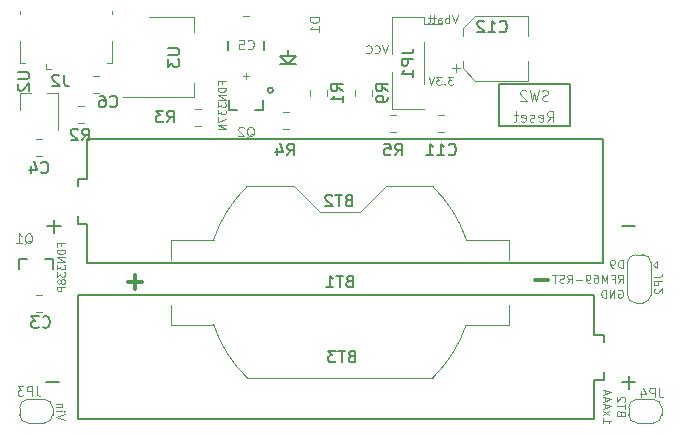
<source format=gbo>
G04 #@! TF.GenerationSoftware,KiCad,Pcbnew,5.1.6-c6e7f7d~87~ubuntu18.04.1*
G04 #@! TF.CreationDate,2020-07-15T21:40:22+02:00*
G04 #@! TF.ProjectId,Mini-BT-Pcb-328P,4d696e69-2d42-4542-9d50-63622d333238,2.0*
G04 #@! TF.SameCoordinates,Original*
G04 #@! TF.FileFunction,Legend,Bot*
G04 #@! TF.FilePolarity,Positive*
%FSLAX46Y46*%
G04 Gerber Fmt 4.6, Leading zero omitted, Abs format (unit mm)*
G04 Created by KiCad (PCBNEW 5.1.6-c6e7f7d~87~ubuntu18.04.1) date 2020-07-15 21:40:22*
%MOMM*%
%LPD*%
G01*
G04 APERTURE LIST*
%ADD10C,0.100000*%
%ADD11C,0.300000*%
%ADD12C,0.120000*%
%ADD13C,0.127000*%
%ADD14C,0.203200*%
%ADD15C,0.150000*%
%ADD16C,0.050000*%
%ADD17C,0.200000*%
G04 APERTURE END LIST*
D10*
X183378000Y-107357000D02*
X183344666Y-107257000D01*
X183311333Y-107223666D01*
X183244666Y-107190333D01*
X183144666Y-107190333D01*
X183078000Y-107223666D01*
X183044666Y-107257000D01*
X183011333Y-107323666D01*
X183011333Y-107590333D01*
X183711333Y-107590333D01*
X183711333Y-107357000D01*
X183678000Y-107290333D01*
X183644666Y-107257000D01*
X183578000Y-107223666D01*
X183511333Y-107223666D01*
X183444666Y-107257000D01*
X183411333Y-107290333D01*
X183378000Y-107357000D01*
X183378000Y-107590333D01*
X183711333Y-106990333D02*
X183711333Y-106590333D01*
X183011333Y-106790333D02*
X183711333Y-106790333D01*
X183644666Y-106390333D02*
X183678000Y-106357000D01*
X183711333Y-106290333D01*
X183711333Y-106123666D01*
X183678000Y-106057000D01*
X183644666Y-106023666D01*
X183578000Y-105990333D01*
X183511333Y-105990333D01*
X183411333Y-106023666D01*
X183011333Y-106423666D01*
X183011333Y-105990333D01*
X181861333Y-107790333D02*
X181861333Y-108190333D01*
X181861333Y-107990333D02*
X182561333Y-107990333D01*
X182461333Y-108057000D01*
X182394666Y-108123666D01*
X182361333Y-108190333D01*
X181861333Y-107557000D02*
X182328000Y-107190333D01*
X182328000Y-107557000D02*
X181861333Y-107190333D01*
X182061333Y-106957000D02*
X182061333Y-106623666D01*
X181861333Y-107023666D02*
X182561333Y-106790333D01*
X181861333Y-106557000D01*
X182061333Y-106357000D02*
X182061333Y-106023666D01*
X181861333Y-106423666D02*
X182561333Y-106190333D01*
X181861333Y-105957000D01*
X182061333Y-105757000D02*
X182061333Y-105423666D01*
X181861333Y-105823666D02*
X182561333Y-105590333D01*
X181861333Y-105357000D01*
X136273333Y-107904666D02*
X135573333Y-107671333D01*
X136273333Y-107438000D01*
X135573333Y-107204666D02*
X136040000Y-107204666D01*
X136273333Y-107204666D02*
X136240000Y-107238000D01*
X136206666Y-107204666D01*
X136240000Y-107171333D01*
X136273333Y-107204666D01*
X136206666Y-107204666D01*
X136040000Y-106871333D02*
X135573333Y-106871333D01*
X135973333Y-106871333D02*
X136006666Y-106838000D01*
X136040000Y-106771333D01*
X136040000Y-106671333D01*
X136006666Y-106604666D01*
X135940000Y-106571333D01*
X135573333Y-106571333D01*
X183159333Y-96932000D02*
X183226000Y-96898666D01*
X183326000Y-96898666D01*
X183426000Y-96932000D01*
X183492666Y-96998666D01*
X183526000Y-97065333D01*
X183559333Y-97198666D01*
X183559333Y-97298666D01*
X183526000Y-97432000D01*
X183492666Y-97498666D01*
X183426000Y-97565333D01*
X183326000Y-97598666D01*
X183259333Y-97598666D01*
X183159333Y-97565333D01*
X183126000Y-97532000D01*
X183126000Y-97298666D01*
X183259333Y-97298666D01*
X182826000Y-97598666D02*
X182826000Y-96898666D01*
X182426000Y-97598666D01*
X182426000Y-96898666D01*
X182092666Y-97598666D02*
X182092666Y-96898666D01*
X181926000Y-96898666D01*
X181826000Y-96932000D01*
X181759333Y-96998666D01*
X181726000Y-97065333D01*
X181692666Y-97198666D01*
X181692666Y-97298666D01*
X181726000Y-97432000D01*
X181759333Y-97498666D01*
X181826000Y-97565333D01*
X181926000Y-97598666D01*
X182092666Y-97598666D01*
X183127333Y-96328666D02*
X183360666Y-95995333D01*
X183527333Y-96328666D02*
X183527333Y-95628666D01*
X183260666Y-95628666D01*
X183194000Y-95662000D01*
X183160666Y-95695333D01*
X183127333Y-95762000D01*
X183127333Y-95862000D01*
X183160666Y-95928666D01*
X183194000Y-95962000D01*
X183260666Y-95995333D01*
X183527333Y-95995333D01*
X182594000Y-95962000D02*
X182827333Y-95962000D01*
X182827333Y-96328666D02*
X182827333Y-95628666D01*
X182494000Y-95628666D01*
X182227333Y-96328666D02*
X182227333Y-95628666D01*
X181994000Y-96128666D01*
X181760666Y-95628666D01*
X181760666Y-96328666D01*
X181127333Y-95628666D02*
X181260666Y-95628666D01*
X181327333Y-95662000D01*
X181360666Y-95695333D01*
X181427333Y-95795333D01*
X181460666Y-95928666D01*
X181460666Y-96195333D01*
X181427333Y-96262000D01*
X181394000Y-96295333D01*
X181327333Y-96328666D01*
X181194000Y-96328666D01*
X181127333Y-96295333D01*
X181094000Y-96262000D01*
X181060666Y-96195333D01*
X181060666Y-96028666D01*
X181094000Y-95962000D01*
X181127333Y-95928666D01*
X181194000Y-95895333D01*
X181327333Y-95895333D01*
X181394000Y-95928666D01*
X181427333Y-95962000D01*
X181460666Y-96028666D01*
X180727333Y-96328666D02*
X180594000Y-96328666D01*
X180527333Y-96295333D01*
X180494000Y-96262000D01*
X180427333Y-96162000D01*
X180394000Y-96028666D01*
X180394000Y-95762000D01*
X180427333Y-95695333D01*
X180460666Y-95662000D01*
X180527333Y-95628666D01*
X180660666Y-95628666D01*
X180727333Y-95662000D01*
X180760666Y-95695333D01*
X180794000Y-95762000D01*
X180794000Y-95928666D01*
X180760666Y-95995333D01*
X180727333Y-96028666D01*
X180660666Y-96062000D01*
X180527333Y-96062000D01*
X180460666Y-96028666D01*
X180427333Y-95995333D01*
X180394000Y-95928666D01*
X180094000Y-96062000D02*
X179560666Y-96062000D01*
X178827333Y-96328666D02*
X179060666Y-95995333D01*
X179227333Y-96328666D02*
X179227333Y-95628666D01*
X178960666Y-95628666D01*
X178894000Y-95662000D01*
X178860666Y-95695333D01*
X178827333Y-95762000D01*
X178827333Y-95862000D01*
X178860666Y-95928666D01*
X178894000Y-95962000D01*
X178960666Y-95995333D01*
X179227333Y-95995333D01*
X178560666Y-96295333D02*
X178460666Y-96328666D01*
X178294000Y-96328666D01*
X178227333Y-96295333D01*
X178194000Y-96262000D01*
X178160666Y-96195333D01*
X178160666Y-96128666D01*
X178194000Y-96062000D01*
X178227333Y-96028666D01*
X178294000Y-95995333D01*
X178427333Y-95962000D01*
X178494000Y-95928666D01*
X178527333Y-95895333D01*
X178560666Y-95828666D01*
X178560666Y-95762000D01*
X178527333Y-95695333D01*
X178494000Y-95662000D01*
X178427333Y-95628666D01*
X178260666Y-95628666D01*
X178160666Y-95662000D01*
X177960666Y-95628666D02*
X177560666Y-95628666D01*
X177760666Y-96328666D02*
X177760666Y-95628666D01*
X183523666Y-95058666D02*
X183523666Y-94358666D01*
X183357000Y-94358666D01*
X183257000Y-94392000D01*
X183190333Y-94458666D01*
X183157000Y-94525333D01*
X183123666Y-94658666D01*
X183123666Y-94758666D01*
X183157000Y-94892000D01*
X183190333Y-94958666D01*
X183257000Y-95025333D01*
X183357000Y-95058666D01*
X183523666Y-95058666D01*
X182790333Y-95058666D02*
X182657000Y-95058666D01*
X182590333Y-95025333D01*
X182557000Y-94992000D01*
X182490333Y-94892000D01*
X182457000Y-94758666D01*
X182457000Y-94492000D01*
X182490333Y-94425333D01*
X182523666Y-94392000D01*
X182590333Y-94358666D01*
X182723666Y-94358666D01*
X182790333Y-94392000D01*
X182823666Y-94425333D01*
X182857000Y-94492000D01*
X182857000Y-94658666D01*
X182823666Y-94725333D01*
X182790333Y-94758666D01*
X182723666Y-94792000D01*
X182590333Y-94792000D01*
X182523666Y-94758666D01*
X182490333Y-94725333D01*
X182457000Y-94658666D01*
X151904666Y-73710000D02*
X151371333Y-73710000D01*
X151904666Y-78790000D02*
X151371333Y-78790000D01*
X151638000Y-79056666D02*
X151638000Y-78523333D01*
X163620333Y-76197666D02*
X163387000Y-76897666D01*
X163153666Y-76197666D01*
X162520333Y-76831000D02*
X162553666Y-76864333D01*
X162653666Y-76897666D01*
X162720333Y-76897666D01*
X162820333Y-76864333D01*
X162887000Y-76797666D01*
X162920333Y-76731000D01*
X162953666Y-76597666D01*
X162953666Y-76497666D01*
X162920333Y-76364333D01*
X162887000Y-76297666D01*
X162820333Y-76231000D01*
X162720333Y-76197666D01*
X162653666Y-76197666D01*
X162553666Y-76231000D01*
X162520333Y-76264333D01*
X161820333Y-76831000D02*
X161853666Y-76864333D01*
X161953666Y-76897666D01*
X162020333Y-76897666D01*
X162120333Y-76864333D01*
X162187000Y-76797666D01*
X162220333Y-76731000D01*
X162253666Y-76597666D01*
X162253666Y-76497666D01*
X162220333Y-76364333D01*
X162187000Y-76297666D01*
X162120333Y-76231000D01*
X162020333Y-76197666D01*
X161953666Y-76197666D01*
X161853666Y-76231000D01*
X161820333Y-76264333D01*
X169181333Y-78864666D02*
X168748000Y-78864666D01*
X168981333Y-79131333D01*
X168881333Y-79131333D01*
X168814666Y-79164666D01*
X168781333Y-79198000D01*
X168748000Y-79264666D01*
X168748000Y-79431333D01*
X168781333Y-79498000D01*
X168814666Y-79531333D01*
X168881333Y-79564666D01*
X169081333Y-79564666D01*
X169148000Y-79531333D01*
X169181333Y-79498000D01*
X168448000Y-79498000D02*
X168414666Y-79531333D01*
X168448000Y-79564666D01*
X168481333Y-79531333D01*
X168448000Y-79498000D01*
X168448000Y-79564666D01*
X168181333Y-78864666D02*
X167748000Y-78864666D01*
X167981333Y-79131333D01*
X167881333Y-79131333D01*
X167814666Y-79164666D01*
X167781333Y-79198000D01*
X167748000Y-79264666D01*
X167748000Y-79431333D01*
X167781333Y-79498000D01*
X167814666Y-79531333D01*
X167881333Y-79564666D01*
X168081333Y-79564666D01*
X168148000Y-79531333D01*
X168181333Y-79498000D01*
X167548000Y-78864666D02*
X167314666Y-79564666D01*
X167081333Y-78864666D01*
X169541666Y-73657666D02*
X169308333Y-74357666D01*
X169075000Y-73657666D01*
X168841666Y-74357666D02*
X168841666Y-73657666D01*
X168841666Y-73924333D02*
X168775000Y-73891000D01*
X168641666Y-73891000D01*
X168575000Y-73924333D01*
X168541666Y-73957666D01*
X168508333Y-74024333D01*
X168508333Y-74224333D01*
X168541666Y-74291000D01*
X168575000Y-74324333D01*
X168641666Y-74357666D01*
X168775000Y-74357666D01*
X168841666Y-74324333D01*
X167908333Y-74357666D02*
X167908333Y-73991000D01*
X167941666Y-73924333D01*
X168008333Y-73891000D01*
X168141666Y-73891000D01*
X168208333Y-73924333D01*
X167908333Y-74324333D02*
X167975000Y-74357666D01*
X168141666Y-74357666D01*
X168208333Y-74324333D01*
X168241666Y-74257666D01*
X168241666Y-74191000D01*
X168208333Y-74124333D01*
X168141666Y-74091000D01*
X167975000Y-74091000D01*
X167908333Y-74057666D01*
X167675000Y-73891000D02*
X167408333Y-73891000D01*
X167575000Y-73657666D02*
X167575000Y-74257666D01*
X167541666Y-74324333D01*
X167475000Y-74357666D01*
X167408333Y-74357666D01*
X167275000Y-73891000D02*
X167008333Y-73891000D01*
X167175000Y-73657666D02*
X167175000Y-74257666D01*
X167141666Y-74324333D01*
X167075000Y-74357666D01*
X167008333Y-74357666D01*
D11*
X177228428Y-96119142D02*
X176085571Y-96119142D01*
X142811428Y-96246142D02*
X141668571Y-96246142D01*
X142240000Y-96817571D02*
X142240000Y-95674714D01*
D12*
X186120000Y-106188000D02*
X184720000Y-106188000D01*
X184020000Y-106888000D02*
X184020000Y-107488000D01*
X184720000Y-108188000D02*
X186120000Y-108188000D01*
X186820000Y-107488000D02*
X186820000Y-106888000D01*
X184720000Y-106188000D02*
G75*
G03*
X184020000Y-106888000I0J-700000D01*
G01*
X184020000Y-107488000D02*
G75*
G03*
X184720000Y-108188000I700000J0D01*
G01*
X186120000Y-108188000D02*
G75*
G03*
X186820000Y-107488000I0J700000D01*
G01*
X186820000Y-106888000D02*
G75*
G03*
X186120000Y-106188000I-700000J0D01*
G01*
D13*
X173022000Y-79530000D02*
X179022000Y-79530000D01*
X173022000Y-83030000D02*
X173022000Y-79530000D01*
X179022000Y-83030000D02*
X173022000Y-83030000D01*
X179022000Y-79530000D02*
X179022000Y-83030000D01*
D12*
X169407500Y-78451500D02*
X169407500Y-77826500D01*
X169095000Y-78139000D02*
X169720000Y-78139000D01*
X169960000Y-74758437D02*
X171024437Y-73694000D01*
X169960000Y-78149563D02*
X171024437Y-79214000D01*
X169960000Y-78149563D02*
X169960000Y-77514000D01*
X169960000Y-74758437D02*
X169960000Y-75394000D01*
X171024437Y-73694000D02*
X175480000Y-73694000D01*
X171024437Y-79214000D02*
X175480000Y-79214000D01*
X175480000Y-79214000D02*
X175480000Y-77514000D01*
X175480000Y-73694000D02*
X175480000Y-75394000D01*
X134558000Y-106188000D02*
X133158000Y-106188000D01*
X132458000Y-106888000D02*
X132458000Y-107488000D01*
X133158000Y-108188000D02*
X134558000Y-108188000D01*
X135258000Y-107488000D02*
X135258000Y-106888000D01*
X133158000Y-106188000D02*
G75*
G03*
X132458000Y-106888000I0J-700000D01*
G01*
X132458000Y-107488000D02*
G75*
G03*
X133158000Y-108188000I700000J0D01*
G01*
X134558000Y-108188000D02*
G75*
G03*
X135258000Y-107488000I0J700000D01*
G01*
X135258000Y-106888000D02*
G75*
G03*
X134558000Y-106188000I-700000J0D01*
G01*
X183912000Y-94582000D02*
X183912000Y-97382000D01*
X184612000Y-98032000D02*
X185212000Y-98032000D01*
X185912000Y-97382000D02*
X185912000Y-94582000D01*
X185212000Y-93932000D02*
X184612000Y-93932000D01*
X186112000Y-94782000D02*
X186412000Y-94482000D01*
X186412000Y-94482000D02*
X186412000Y-95082000D01*
X186112000Y-94782000D02*
X186412000Y-95082000D01*
X183912000Y-97332000D02*
G75*
G03*
X184612000Y-98032000I700000J0D01*
G01*
X185212000Y-98032000D02*
G75*
G03*
X185912000Y-97332000I0J700000D01*
G01*
X185912000Y-94632000D02*
G75*
G03*
X185212000Y-93932000I-700000J0D01*
G01*
X184612000Y-93932000D02*
G75*
G03*
X183912000Y-94632000I0J-700000D01*
G01*
X145270000Y-99876000D02*
X148888000Y-99876000D01*
X145270000Y-98166000D02*
X145270000Y-99876000D01*
X151732700Y-104376000D02*
X167427300Y-104376000D01*
X173890000Y-98166000D02*
X173890000Y-99876000D01*
X170272000Y-99876000D02*
X173890000Y-99876000D01*
X173890000Y-92656000D02*
X170272000Y-92656000D01*
X173890000Y-94366000D02*
X173890000Y-92656000D01*
X167427300Y-88156000D02*
X163440000Y-88156000D01*
X161240000Y-90356000D02*
X163440000Y-88156000D01*
X161240000Y-90356000D02*
X157920000Y-90356000D01*
X157920000Y-90356000D02*
X155720000Y-88156000D01*
X155720000Y-88156000D02*
X151732700Y-88156000D01*
X148888000Y-92656000D02*
X145270000Y-92656000D01*
X145270000Y-94366000D02*
X145270000Y-92656000D01*
X151734630Y-88154211D02*
G75*
G03*
X148888000Y-92656000I7845370J-8111789D01*
G01*
X167425370Y-104377789D02*
G75*
G03*
X170272000Y-99876000I-7845370J8111789D01*
G01*
X167425370Y-88154211D02*
G75*
G02*
X170272000Y-92656000I-7845370J-8111789D01*
G01*
X151734630Y-104377789D02*
G75*
G02*
X148888000Y-99876000I7845370J8111789D01*
G01*
D13*
X150138000Y-76570000D02*
X150138000Y-75830000D01*
X153138000Y-76570000D02*
X153138000Y-75830000D01*
D12*
X134370578Y-97334000D02*
X133853422Y-97334000D01*
X134370578Y-98754000D02*
X133853422Y-98754000D01*
X138679422Y-78792000D02*
X139196578Y-78792000D01*
X138679422Y-80212000D02*
X139196578Y-80212000D01*
X133853422Y-85546000D02*
X134370578Y-85546000D01*
X133853422Y-84126000D02*
X134370578Y-84126000D01*
X168406578Y-83514000D02*
X167889422Y-83514000D01*
X168406578Y-82094000D02*
X167889422Y-82094000D01*
X166684000Y-75944000D02*
X166684000Y-79504000D01*
X164024000Y-78484000D02*
X164024000Y-81594000D01*
X164024000Y-81024000D02*
X164024000Y-81594000D01*
X166684000Y-73854000D02*
X166684000Y-74424000D01*
X166684000Y-74424000D02*
X168204000Y-74424000D01*
X164024000Y-73854000D02*
X164024000Y-76964000D01*
X166684000Y-81594000D02*
X164024000Y-81594000D01*
X166684000Y-73854000D02*
X164024000Y-73854000D01*
X134698000Y-78258500D02*
X134698000Y-77808500D01*
X134698000Y-78258500D02*
X135148000Y-78258500D01*
X140298000Y-77708500D02*
X139848000Y-77708500D01*
X140298000Y-75858500D02*
X140298000Y-77708500D01*
X132498000Y-73308500D02*
X132498000Y-73558500D01*
X140298000Y-73308500D02*
X140298000Y-73558500D01*
X132498000Y-75858500D02*
X132498000Y-77708500D01*
X132498000Y-77708500D02*
X132948000Y-77708500D01*
D14*
X152401600Y-81686400D02*
X153060400Y-81686400D01*
X153060400Y-81686400D02*
X153060400Y-80873600D01*
X150215600Y-81686400D02*
X150874400Y-81686400D01*
X150215600Y-80873600D02*
X150215600Y-81686400D01*
X133094400Y-94335600D02*
X132435600Y-94335600D01*
X132435600Y-94335600D02*
X132435600Y-95148400D01*
X135280400Y-94335600D02*
X134621600Y-94335600D01*
X135280400Y-95148400D02*
X135280400Y-94335600D01*
D12*
X141188000Y-80626000D02*
X147198000Y-80626000D01*
X143438000Y-73806000D02*
X147198000Y-73806000D01*
X147198000Y-80626000D02*
X147198000Y-79366000D01*
X147198000Y-73806000D02*
X147198000Y-75066000D01*
X132532000Y-80266000D02*
X132532000Y-81726000D01*
X135692000Y-80266000D02*
X135692000Y-83426000D01*
X135692000Y-80266000D02*
X134762000Y-80266000D01*
X132532000Y-80266000D02*
X133462000Y-80266000D01*
X157024000Y-80005422D02*
X157024000Y-80522578D01*
X158444000Y-80005422D02*
X158444000Y-80522578D01*
X162254000Y-80522578D02*
X162254000Y-80005422D01*
X160834000Y-80522578D02*
X160834000Y-80005422D01*
X137926578Y-82752000D02*
X137409422Y-82752000D01*
X137926578Y-81332000D02*
X137409422Y-81332000D01*
X147315422Y-83006000D02*
X147832578Y-83006000D01*
X147315422Y-81586000D02*
X147832578Y-81586000D01*
X154759922Y-81840000D02*
X155277078Y-81840000D01*
X154759922Y-83260000D02*
X155277078Y-83260000D01*
X164342578Y-83514000D02*
X163825422Y-83514000D01*
X164342578Y-82094000D02*
X163825422Y-82094000D01*
D15*
X137414000Y-107866000D02*
X137414000Y-97366000D01*
X137414000Y-97366000D02*
X181114000Y-97366000D01*
X137414000Y-107866000D02*
X181114000Y-107866000D01*
X181114000Y-104516000D02*
X181914000Y-104516000D01*
X181114000Y-100716000D02*
X181914000Y-100716000D01*
X181914000Y-104516000D02*
X181914000Y-103886000D01*
X181914000Y-100716000D02*
X181914000Y-101346000D01*
X181114000Y-107823000D02*
X181114000Y-104521000D01*
X181114000Y-97409000D02*
X181114000Y-100711000D01*
X181864000Y-84158000D02*
X181864000Y-94658000D01*
X181864000Y-94658000D02*
X138164000Y-94658000D01*
X181864000Y-84158000D02*
X138164000Y-84158000D01*
X138164000Y-87508000D02*
X137364000Y-87508000D01*
X138164000Y-91308000D02*
X137364000Y-91308000D01*
X137364000Y-87508000D02*
X137364000Y-88138000D01*
X137364000Y-91308000D02*
X137364000Y-90678000D01*
X138164000Y-84201000D02*
X138164000Y-87503000D01*
X138164000Y-94615000D02*
X138164000Y-91313000D01*
D13*
X155194000Y-77116000D02*
X155194000Y-76643000D01*
X155194000Y-77116000D02*
X154494000Y-77116000D01*
X155894000Y-77116000D02*
X155194000Y-77116000D01*
X155194000Y-77816000D02*
X155894000Y-77116000D01*
X155194000Y-77816000D02*
X154494000Y-77116000D01*
X155194000Y-77816000D02*
X155894000Y-77816000D01*
X154494000Y-77816000D02*
X155194000Y-77816000D01*
X153917610Y-80016000D02*
G75*
G03*
X153917610Y-80016000I-223610J0D01*
G01*
D12*
X186594666Y-105225904D02*
X186594666Y-105797333D01*
X186632761Y-105911619D01*
X186708952Y-105987809D01*
X186823238Y-106025904D01*
X186899428Y-106025904D01*
X186213714Y-106025904D02*
X186213714Y-105225904D01*
X185908952Y-105225904D01*
X185832761Y-105264000D01*
X185794666Y-105302095D01*
X185756571Y-105378285D01*
X185756571Y-105492571D01*
X185794666Y-105568761D01*
X185832761Y-105606857D01*
X185908952Y-105644952D01*
X186213714Y-105644952D01*
X185070857Y-105492571D02*
X185070857Y-106025904D01*
X185261333Y-105187809D02*
X185451809Y-105759238D01*
X184956571Y-105759238D01*
D16*
X177206566Y-80877600D02*
X177079648Y-80919906D01*
X176868119Y-80919906D01*
X176783507Y-80877600D01*
X176741201Y-80835294D01*
X176698895Y-80750682D01*
X176698895Y-80666070D01*
X176741201Y-80581458D01*
X176783507Y-80539152D01*
X176868119Y-80496847D01*
X177037342Y-80454541D01*
X177121954Y-80412235D01*
X177164260Y-80369929D01*
X177206566Y-80285317D01*
X177206566Y-80200705D01*
X177164260Y-80116093D01*
X177121954Y-80073787D01*
X177037342Y-80031481D01*
X176825813Y-80031481D01*
X176698895Y-80073787D01*
X176402753Y-80031481D02*
X176191223Y-80919906D01*
X176022000Y-80285317D01*
X175852776Y-80919906D01*
X175641246Y-80031481D01*
X175345104Y-80116093D02*
X175302798Y-80073787D01*
X175218186Y-80031481D01*
X175006657Y-80031481D01*
X174922045Y-80073787D01*
X174879739Y-80116093D01*
X174837433Y-80200705D01*
X174837433Y-80285317D01*
X174879739Y-80412235D01*
X175387410Y-80919906D01*
X174837433Y-80919906D01*
X177120922Y-82697529D02*
X177416785Y-82274866D01*
X177628117Y-82697529D02*
X177628117Y-81809938D01*
X177289987Y-81809938D01*
X177205454Y-81852204D01*
X177163188Y-81894470D01*
X177120922Y-81979003D01*
X177120922Y-82105801D01*
X177163188Y-82190334D01*
X177205454Y-82232600D01*
X177289987Y-82274866D01*
X177628117Y-82274866D01*
X176402396Y-82655263D02*
X176486928Y-82697529D01*
X176655993Y-82697529D01*
X176740526Y-82655263D01*
X176782792Y-82570730D01*
X176782792Y-82232600D01*
X176740526Y-82148068D01*
X176655993Y-82105801D01*
X176486928Y-82105801D01*
X176402396Y-82148068D01*
X176360129Y-82232600D01*
X176360129Y-82317133D01*
X176782792Y-82401665D01*
X176022000Y-82655263D02*
X175937467Y-82697529D01*
X175768402Y-82697529D01*
X175683870Y-82655263D01*
X175641603Y-82570730D01*
X175641603Y-82528464D01*
X175683870Y-82443931D01*
X175768402Y-82401665D01*
X175895201Y-82401665D01*
X175979733Y-82359399D01*
X176022000Y-82274866D01*
X176022000Y-82232600D01*
X175979733Y-82148068D01*
X175895201Y-82105801D01*
X175768402Y-82105801D01*
X175683870Y-82148068D01*
X174923077Y-82655263D02*
X175007610Y-82697529D01*
X175176675Y-82697529D01*
X175261207Y-82655263D01*
X175303473Y-82570730D01*
X175303473Y-82232600D01*
X175261207Y-82148068D01*
X175176675Y-82105801D01*
X175007610Y-82105801D01*
X174923077Y-82148068D01*
X174880811Y-82232600D01*
X174880811Y-82317133D01*
X175303473Y-82401665D01*
X174627214Y-82105801D02*
X174289084Y-82105801D01*
X174500415Y-81809938D02*
X174500415Y-82570730D01*
X174458149Y-82655263D01*
X174373616Y-82697529D01*
X174289084Y-82697529D01*
D15*
X173108857Y-75033142D02*
X173156476Y-75080761D01*
X173299333Y-75128380D01*
X173394571Y-75128380D01*
X173537428Y-75080761D01*
X173632666Y-74985523D01*
X173680285Y-74890285D01*
X173727904Y-74699809D01*
X173727904Y-74556952D01*
X173680285Y-74366476D01*
X173632666Y-74271238D01*
X173537428Y-74176000D01*
X173394571Y-74128380D01*
X173299333Y-74128380D01*
X173156476Y-74176000D01*
X173108857Y-74223619D01*
X172156476Y-75128380D02*
X172727904Y-75128380D01*
X172442190Y-75128380D02*
X172442190Y-74128380D01*
X172537428Y-74271238D01*
X172632666Y-74366476D01*
X172727904Y-74414095D01*
X171775523Y-74223619D02*
X171727904Y-74176000D01*
X171632666Y-74128380D01*
X171394571Y-74128380D01*
X171299333Y-74176000D01*
X171251714Y-74223619D01*
X171204095Y-74318857D01*
X171204095Y-74414095D01*
X171251714Y-74556952D01*
X171823142Y-75128380D01*
X171204095Y-75128380D01*
D12*
X133889666Y-105098904D02*
X133889666Y-105670333D01*
X133927761Y-105784619D01*
X134003952Y-105860809D01*
X134118238Y-105898904D01*
X134194428Y-105898904D01*
X133508714Y-105898904D02*
X133508714Y-105098904D01*
X133203952Y-105098904D01*
X133127761Y-105137000D01*
X133089666Y-105175095D01*
X133051571Y-105251285D01*
X133051571Y-105365571D01*
X133089666Y-105441761D01*
X133127761Y-105479857D01*
X133203952Y-105517952D01*
X133508714Y-105517952D01*
X132784904Y-105098904D02*
X132289666Y-105098904D01*
X132556333Y-105403666D01*
X132442047Y-105403666D01*
X132365857Y-105441761D01*
X132327761Y-105479857D01*
X132289666Y-105556047D01*
X132289666Y-105746523D01*
X132327761Y-105822714D01*
X132365857Y-105860809D01*
X132442047Y-105898904D01*
X132670619Y-105898904D01*
X132746809Y-105860809D01*
X132784904Y-105822714D01*
X186179666Y-95809666D02*
X186679666Y-95809666D01*
X186779666Y-95776333D01*
X186846333Y-95709666D01*
X186879666Y-95609666D01*
X186879666Y-95543000D01*
X186879666Y-96143000D02*
X186179666Y-96143000D01*
X186179666Y-96409666D01*
X186213000Y-96476333D01*
X186246333Y-96509666D01*
X186313000Y-96543000D01*
X186413000Y-96543000D01*
X186479666Y-96509666D01*
X186513000Y-96476333D01*
X186546333Y-96409666D01*
X186546333Y-96143000D01*
X186246333Y-96809666D02*
X186213000Y-96843000D01*
X186179666Y-96909666D01*
X186179666Y-97076333D01*
X186213000Y-97143000D01*
X186246333Y-97176333D01*
X186313000Y-97209666D01*
X186379666Y-97209666D01*
X186479666Y-97176333D01*
X186879666Y-96776333D01*
X186879666Y-97209666D01*
D15*
X160365714Y-96194571D02*
X160222857Y-96242190D01*
X160175238Y-96289809D01*
X160127619Y-96385047D01*
X160127619Y-96527904D01*
X160175238Y-96623142D01*
X160222857Y-96670761D01*
X160318095Y-96718380D01*
X160699047Y-96718380D01*
X160699047Y-95718380D01*
X160365714Y-95718380D01*
X160270476Y-95766000D01*
X160222857Y-95813619D01*
X160175238Y-95908857D01*
X160175238Y-96004095D01*
X160222857Y-96099333D01*
X160270476Y-96146952D01*
X160365714Y-96194571D01*
X160699047Y-96194571D01*
X159841904Y-95718380D02*
X159270476Y-95718380D01*
X159556190Y-96718380D02*
X159556190Y-95718380D01*
X158413333Y-96718380D02*
X158984761Y-96718380D01*
X158699047Y-96718380D02*
X158699047Y-95718380D01*
X158794285Y-95861238D01*
X158889523Y-95956476D01*
X158984761Y-96004095D01*
D10*
X151771333Y-76485714D02*
X151809428Y-76523809D01*
X151923714Y-76561904D01*
X151999904Y-76561904D01*
X152114190Y-76523809D01*
X152190380Y-76447619D01*
X152228476Y-76371428D01*
X152266571Y-76219047D01*
X152266571Y-76104761D01*
X152228476Y-75952380D01*
X152190380Y-75876190D01*
X152114190Y-75800000D01*
X151999904Y-75761904D01*
X151923714Y-75761904D01*
X151809428Y-75800000D01*
X151771333Y-75838095D01*
X151047523Y-75761904D02*
X151428476Y-75761904D01*
X151466571Y-76142857D01*
X151428476Y-76104761D01*
X151352285Y-76066666D01*
X151161809Y-76066666D01*
X151085619Y-76104761D01*
X151047523Y-76142857D01*
X151009428Y-76219047D01*
X151009428Y-76409523D01*
X151047523Y-76485714D01*
X151085619Y-76523809D01*
X151161809Y-76561904D01*
X151352285Y-76561904D01*
X151428476Y-76523809D01*
X151466571Y-76485714D01*
D15*
X134405666Y-100052142D02*
X134453285Y-100099761D01*
X134596142Y-100147380D01*
X134691380Y-100147380D01*
X134834238Y-100099761D01*
X134929476Y-100004523D01*
X134977095Y-99909285D01*
X135024714Y-99718809D01*
X135024714Y-99575952D01*
X134977095Y-99385476D01*
X134929476Y-99290238D01*
X134834238Y-99195000D01*
X134691380Y-99147380D01*
X134596142Y-99147380D01*
X134453285Y-99195000D01*
X134405666Y-99242619D01*
X134072333Y-99147380D02*
X133453285Y-99147380D01*
X133786619Y-99528333D01*
X133643761Y-99528333D01*
X133548523Y-99575952D01*
X133500904Y-99623571D01*
X133453285Y-99718809D01*
X133453285Y-99956904D01*
X133500904Y-100052142D01*
X133548523Y-100099761D01*
X133643761Y-100147380D01*
X133929476Y-100147380D01*
X134024714Y-100099761D01*
X134072333Y-100052142D01*
X140120666Y-81383142D02*
X140168285Y-81430761D01*
X140311142Y-81478380D01*
X140406380Y-81478380D01*
X140549238Y-81430761D01*
X140644476Y-81335523D01*
X140692095Y-81240285D01*
X140739714Y-81049809D01*
X140739714Y-80906952D01*
X140692095Y-80716476D01*
X140644476Y-80621238D01*
X140549238Y-80526000D01*
X140406380Y-80478380D01*
X140311142Y-80478380D01*
X140168285Y-80526000D01*
X140120666Y-80573619D01*
X139263523Y-80478380D02*
X139454000Y-80478380D01*
X139549238Y-80526000D01*
X139596857Y-80573619D01*
X139692095Y-80716476D01*
X139739714Y-80906952D01*
X139739714Y-81287904D01*
X139692095Y-81383142D01*
X139644476Y-81430761D01*
X139549238Y-81478380D01*
X139358761Y-81478380D01*
X139263523Y-81430761D01*
X139215904Y-81383142D01*
X139168285Y-81287904D01*
X139168285Y-81049809D01*
X139215904Y-80954571D01*
X139263523Y-80906952D01*
X139358761Y-80859333D01*
X139549238Y-80859333D01*
X139644476Y-80906952D01*
X139692095Y-80954571D01*
X139739714Y-81049809D01*
X134278666Y-86971142D02*
X134326285Y-87018761D01*
X134469142Y-87066380D01*
X134564380Y-87066380D01*
X134707238Y-87018761D01*
X134802476Y-86923523D01*
X134850095Y-86828285D01*
X134897714Y-86637809D01*
X134897714Y-86494952D01*
X134850095Y-86304476D01*
X134802476Y-86209238D01*
X134707238Y-86114000D01*
X134564380Y-86066380D01*
X134469142Y-86066380D01*
X134326285Y-86114000D01*
X134278666Y-86161619D01*
X133421523Y-86399714D02*
X133421523Y-87066380D01*
X133659619Y-86018761D02*
X133897714Y-86733047D01*
X133278666Y-86733047D01*
X168790857Y-85447142D02*
X168838476Y-85494761D01*
X168981333Y-85542380D01*
X169076571Y-85542380D01*
X169219428Y-85494761D01*
X169314666Y-85399523D01*
X169362285Y-85304285D01*
X169409904Y-85113809D01*
X169409904Y-84970952D01*
X169362285Y-84780476D01*
X169314666Y-84685238D01*
X169219428Y-84590000D01*
X169076571Y-84542380D01*
X168981333Y-84542380D01*
X168838476Y-84590000D01*
X168790857Y-84637619D01*
X167838476Y-85542380D02*
X168409904Y-85542380D01*
X168124190Y-85542380D02*
X168124190Y-84542380D01*
X168219428Y-84685238D01*
X168314666Y-84780476D01*
X168409904Y-84828095D01*
X166886095Y-85542380D02*
X167457523Y-85542380D01*
X167171809Y-85542380D02*
X167171809Y-84542380D01*
X167267047Y-84685238D01*
X167362285Y-84780476D01*
X167457523Y-84828095D01*
X164806380Y-76890666D02*
X165520666Y-76890666D01*
X165663523Y-76843047D01*
X165758761Y-76747809D01*
X165806380Y-76604952D01*
X165806380Y-76509714D01*
X165806380Y-77366857D02*
X164806380Y-77366857D01*
X164806380Y-77747809D01*
X164854000Y-77843047D01*
X164901619Y-77890666D01*
X164996857Y-77938285D01*
X165139714Y-77938285D01*
X165234952Y-77890666D01*
X165282571Y-77843047D01*
X165330190Y-77747809D01*
X165330190Y-77366857D01*
X165806380Y-78890666D02*
X165806380Y-78319238D01*
X165806380Y-78604952D02*
X164806380Y-78604952D01*
X164949238Y-78509714D01*
X165044476Y-78414476D01*
X165092095Y-78319238D01*
X136223333Y-78700380D02*
X136223333Y-79414666D01*
X136270952Y-79557523D01*
X136366190Y-79652761D01*
X136509047Y-79700380D01*
X136604285Y-79700380D01*
X135794761Y-78795619D02*
X135747142Y-78748000D01*
X135651904Y-78700380D01*
X135413809Y-78700380D01*
X135318571Y-78748000D01*
X135270952Y-78795619D01*
X135223333Y-78890857D01*
X135223333Y-78986095D01*
X135270952Y-79128952D01*
X135842380Y-79700380D01*
X135223333Y-79700380D01*
D16*
X151714219Y-84004263D02*
X151790439Y-83966153D01*
X151866659Y-83889933D01*
X151980988Y-83775604D01*
X152057208Y-83737494D01*
X152133428Y-83737494D01*
X152095318Y-83928043D02*
X152171538Y-83889933D01*
X152247757Y-83813714D01*
X152285867Y-83661274D01*
X152285867Y-83394505D01*
X152247757Y-83242066D01*
X152171538Y-83165846D01*
X152095318Y-83127736D01*
X151942878Y-83127736D01*
X151866659Y-83165846D01*
X151790439Y-83242066D01*
X151752329Y-83394505D01*
X151752329Y-83661274D01*
X151790439Y-83813714D01*
X151866659Y-83889933D01*
X151942878Y-83928043D01*
X152095318Y-83928043D01*
X151447450Y-83203956D02*
X151409340Y-83165846D01*
X151333121Y-83127736D01*
X151142571Y-83127736D01*
X151066352Y-83165846D01*
X151028242Y-83203956D01*
X150990132Y-83280176D01*
X150990132Y-83356395D01*
X151028242Y-83470725D01*
X151485560Y-83928043D01*
X150990132Y-83928043D01*
X149560219Y-79464045D02*
X149560219Y-79250404D01*
X149895942Y-79250404D02*
X149255017Y-79250404D01*
X149255017Y-79555606D01*
X149895942Y-79799768D02*
X149255017Y-79799768D01*
X149255017Y-79952369D01*
X149285537Y-80043930D01*
X149346577Y-80104970D01*
X149407618Y-80135491D01*
X149529699Y-80166011D01*
X149621260Y-80166011D01*
X149743341Y-80135491D01*
X149804381Y-80104970D01*
X149865422Y-80043930D01*
X149895942Y-79952369D01*
X149895942Y-79799768D01*
X149895942Y-80440693D02*
X149255017Y-80440693D01*
X149895942Y-80806936D01*
X149255017Y-80806936D01*
X149255017Y-81051098D02*
X149255017Y-81447861D01*
X149499179Y-81234219D01*
X149499179Y-81325780D01*
X149529699Y-81386820D01*
X149560219Y-81417341D01*
X149621260Y-81447861D01*
X149773861Y-81447861D01*
X149834901Y-81417341D01*
X149865422Y-81386820D01*
X149895942Y-81325780D01*
X149895942Y-81142658D01*
X149865422Y-81081618D01*
X149834901Y-81051098D01*
X149255017Y-81661502D02*
X149255017Y-82058266D01*
X149499179Y-81844624D01*
X149499179Y-81936185D01*
X149529699Y-81997225D01*
X149560219Y-82027745D01*
X149621260Y-82058266D01*
X149773861Y-82058266D01*
X149834901Y-82027745D01*
X149865422Y-81997225D01*
X149895942Y-81936185D01*
X149895942Y-81753063D01*
X149865422Y-81692023D01*
X149834901Y-81661502D01*
X149255017Y-82271907D02*
X149255017Y-82699191D01*
X149895942Y-82424508D01*
X149895942Y-82943352D02*
X149255017Y-82943352D01*
X149895942Y-83309595D01*
X149255017Y-83309595D01*
X132918192Y-93021108D02*
X132994385Y-92983012D01*
X133070578Y-92906819D01*
X133184867Y-92792530D01*
X133261060Y-92754433D01*
X133337252Y-92754433D01*
X133299156Y-92944915D02*
X133375349Y-92906819D01*
X133451542Y-92830626D01*
X133489638Y-92678240D01*
X133489638Y-92411566D01*
X133451542Y-92259180D01*
X133375349Y-92182988D01*
X133299156Y-92144891D01*
X133146771Y-92144891D01*
X133070578Y-92182988D01*
X132994385Y-92259180D01*
X132956289Y-92411566D01*
X132956289Y-92678240D01*
X132994385Y-92830626D01*
X133070578Y-92906819D01*
X133146771Y-92944915D01*
X133299156Y-92944915D01*
X132194361Y-92944915D02*
X132651518Y-92944915D01*
X132422939Y-92944915D02*
X132422939Y-92144891D01*
X132499132Y-92259180D01*
X132575325Y-92335373D01*
X132651518Y-92373469D01*
X135971201Y-93194589D02*
X135971201Y-92980862D01*
X136307057Y-92980862D02*
X135665877Y-92980862D01*
X135665877Y-93286186D01*
X136307057Y-93530445D02*
X135665877Y-93530445D01*
X135665877Y-93683107D01*
X135696410Y-93774704D01*
X135757474Y-93835769D01*
X135818539Y-93866301D01*
X135940669Y-93896834D01*
X136032266Y-93896834D01*
X136154395Y-93866301D01*
X136215460Y-93835769D01*
X136276525Y-93774704D01*
X136307057Y-93683107D01*
X136307057Y-93530445D01*
X136307057Y-94171625D02*
X135665877Y-94171625D01*
X136307057Y-94538014D01*
X135665877Y-94538014D01*
X135665877Y-94782273D02*
X135665877Y-95179194D01*
X135910136Y-94965467D01*
X135910136Y-95057064D01*
X135940669Y-95118129D01*
X135971201Y-95148661D01*
X136032266Y-95179194D01*
X136184928Y-95179194D01*
X136245992Y-95148661D01*
X136276525Y-95118129D01*
X136307057Y-95057064D01*
X136307057Y-94873870D01*
X136276525Y-94812805D01*
X136245992Y-94782273D01*
X135665877Y-95392920D02*
X135665877Y-95789841D01*
X135910136Y-95576115D01*
X135910136Y-95667712D01*
X135940669Y-95728777D01*
X135971201Y-95759309D01*
X136032266Y-95789841D01*
X136184928Y-95789841D01*
X136245992Y-95759309D01*
X136276525Y-95728777D01*
X136307057Y-95667712D01*
X136307057Y-95484518D01*
X136276525Y-95423453D01*
X136245992Y-95392920D01*
X135940669Y-96156230D02*
X135910136Y-96095165D01*
X135879604Y-96064633D01*
X135818539Y-96034100D01*
X135788007Y-96034100D01*
X135726942Y-96064633D01*
X135696410Y-96095165D01*
X135665877Y-96156230D01*
X135665877Y-96278360D01*
X135696410Y-96339424D01*
X135726942Y-96369957D01*
X135788007Y-96400489D01*
X135818539Y-96400489D01*
X135879604Y-96369957D01*
X135910136Y-96339424D01*
X135940669Y-96278360D01*
X135940669Y-96156230D01*
X135971201Y-96095165D01*
X136001733Y-96064633D01*
X136062798Y-96034100D01*
X136184928Y-96034100D01*
X136245992Y-96064633D01*
X136276525Y-96095165D01*
X136307057Y-96156230D01*
X136307057Y-96278360D01*
X136276525Y-96339424D01*
X136245992Y-96369957D01*
X136184928Y-96400489D01*
X136062798Y-96400489D01*
X136001733Y-96369957D01*
X135971201Y-96339424D01*
X135940669Y-96278360D01*
X136307057Y-96675280D02*
X135665877Y-96675280D01*
X135665877Y-96919540D01*
X135696410Y-96980604D01*
X135726942Y-97011137D01*
X135788007Y-97041669D01*
X135879604Y-97041669D01*
X135940669Y-97011137D01*
X135971201Y-96980604D01*
X136001733Y-96919540D01*
X136001733Y-96675280D01*
D15*
X144994380Y-76454095D02*
X145803904Y-76454095D01*
X145899142Y-76501714D01*
X145946761Y-76549333D01*
X145994380Y-76644571D01*
X145994380Y-76835047D01*
X145946761Y-76930285D01*
X145899142Y-76977904D01*
X145803904Y-77025523D01*
X144994380Y-77025523D01*
X144994380Y-77406476D02*
X144994380Y-78025523D01*
X145375333Y-77692190D01*
X145375333Y-77835047D01*
X145422952Y-77930285D01*
X145470571Y-77977904D01*
X145565809Y-78025523D01*
X145803904Y-78025523D01*
X145899142Y-77977904D01*
X145946761Y-77930285D01*
X145994380Y-77835047D01*
X145994380Y-77549333D01*
X145946761Y-77454095D01*
X145899142Y-77406476D01*
X132294380Y-78486095D02*
X133103904Y-78486095D01*
X133199142Y-78533714D01*
X133246761Y-78581333D01*
X133294380Y-78676571D01*
X133294380Y-78867047D01*
X133246761Y-78962285D01*
X133199142Y-79009904D01*
X133103904Y-79057523D01*
X132294380Y-79057523D01*
X132389619Y-79486095D02*
X132342000Y-79533714D01*
X132294380Y-79628952D01*
X132294380Y-79867047D01*
X132342000Y-79962285D01*
X132389619Y-80009904D01*
X132484857Y-80057523D01*
X132580095Y-80057523D01*
X132722952Y-80009904D01*
X133294380Y-79438476D01*
X133294380Y-80057523D01*
X159837380Y-80097333D02*
X159361190Y-79764000D01*
X159837380Y-79525904D02*
X158837380Y-79525904D01*
X158837380Y-79906857D01*
X158885000Y-80002095D01*
X158932619Y-80049714D01*
X159027857Y-80097333D01*
X159170714Y-80097333D01*
X159265952Y-80049714D01*
X159313571Y-80002095D01*
X159361190Y-79906857D01*
X159361190Y-79525904D01*
X159837380Y-81049714D02*
X159837380Y-80478285D01*
X159837380Y-80764000D02*
X158837380Y-80764000D01*
X158980238Y-80668761D01*
X159075476Y-80573523D01*
X159123095Y-80478285D01*
X163647380Y-80097333D02*
X163171190Y-79764000D01*
X163647380Y-79525904D02*
X162647380Y-79525904D01*
X162647380Y-79906857D01*
X162695000Y-80002095D01*
X162742619Y-80049714D01*
X162837857Y-80097333D01*
X162980714Y-80097333D01*
X163075952Y-80049714D01*
X163123571Y-80002095D01*
X163171190Y-79906857D01*
X163171190Y-79525904D01*
X163647380Y-80573523D02*
X163647380Y-80764000D01*
X163599761Y-80859238D01*
X163552142Y-80906857D01*
X163409285Y-81002095D01*
X163218809Y-81049714D01*
X162837857Y-81049714D01*
X162742619Y-81002095D01*
X162695000Y-80954476D01*
X162647380Y-80859238D01*
X162647380Y-80668761D01*
X162695000Y-80573523D01*
X162742619Y-80525904D01*
X162837857Y-80478285D01*
X163075952Y-80478285D01*
X163171190Y-80525904D01*
X163218809Y-80573523D01*
X163266428Y-80668761D01*
X163266428Y-80859238D01*
X163218809Y-80954476D01*
X163171190Y-81002095D01*
X163075952Y-81049714D01*
X137756166Y-84272380D02*
X138089500Y-83796190D01*
X138327595Y-84272380D02*
X138327595Y-83272380D01*
X137946642Y-83272380D01*
X137851404Y-83320000D01*
X137803785Y-83367619D01*
X137756166Y-83462857D01*
X137756166Y-83605714D01*
X137803785Y-83700952D01*
X137851404Y-83748571D01*
X137946642Y-83796190D01*
X138327595Y-83796190D01*
X137375214Y-83367619D02*
X137327595Y-83320000D01*
X137232357Y-83272380D01*
X136994261Y-83272380D01*
X136899023Y-83320000D01*
X136851404Y-83367619D01*
X136803785Y-83462857D01*
X136803785Y-83558095D01*
X136851404Y-83700952D01*
X137422833Y-84272380D01*
X136803785Y-84272380D01*
X144946666Y-82748380D02*
X145280000Y-82272190D01*
X145518095Y-82748380D02*
X145518095Y-81748380D01*
X145137142Y-81748380D01*
X145041904Y-81796000D01*
X144994285Y-81843619D01*
X144946666Y-81938857D01*
X144946666Y-82081714D01*
X144994285Y-82176952D01*
X145041904Y-82224571D01*
X145137142Y-82272190D01*
X145518095Y-82272190D01*
X144613333Y-81748380D02*
X143994285Y-81748380D01*
X144327619Y-82129333D01*
X144184761Y-82129333D01*
X144089523Y-82176952D01*
X144041904Y-82224571D01*
X143994285Y-82319809D01*
X143994285Y-82557904D01*
X144041904Y-82653142D01*
X144089523Y-82700761D01*
X144184761Y-82748380D01*
X144470476Y-82748380D01*
X144565714Y-82700761D01*
X144613333Y-82653142D01*
X155106666Y-85542380D02*
X155440000Y-85066190D01*
X155678095Y-85542380D02*
X155678095Y-84542380D01*
X155297142Y-84542380D01*
X155201904Y-84590000D01*
X155154285Y-84637619D01*
X155106666Y-84732857D01*
X155106666Y-84875714D01*
X155154285Y-84970952D01*
X155201904Y-85018571D01*
X155297142Y-85066190D01*
X155678095Y-85066190D01*
X154249523Y-84875714D02*
X154249523Y-85542380D01*
X154487619Y-84494761D02*
X154725714Y-85209047D01*
X154106666Y-85209047D01*
X164250666Y-85542380D02*
X164584000Y-85066190D01*
X164822095Y-85542380D02*
X164822095Y-84542380D01*
X164441142Y-84542380D01*
X164345904Y-84590000D01*
X164298285Y-84637619D01*
X164250666Y-84732857D01*
X164250666Y-84875714D01*
X164298285Y-84970952D01*
X164345904Y-85018571D01*
X164441142Y-85066190D01*
X164822095Y-85066190D01*
X163345904Y-84542380D02*
X163822095Y-84542380D01*
X163869714Y-85018571D01*
X163822095Y-84970952D01*
X163726857Y-84923333D01*
X163488761Y-84923333D01*
X163393523Y-84970952D01*
X163345904Y-85018571D01*
X163298285Y-85113809D01*
X163298285Y-85351904D01*
X163345904Y-85447142D01*
X163393523Y-85494761D01*
X163488761Y-85542380D01*
X163726857Y-85542380D01*
X163822095Y-85494761D01*
X163869714Y-85447142D01*
X160551714Y-102544571D02*
X160408857Y-102592190D01*
X160361238Y-102639809D01*
X160313619Y-102735047D01*
X160313619Y-102877904D01*
X160361238Y-102973142D01*
X160408857Y-103020761D01*
X160504095Y-103068380D01*
X160885047Y-103068380D01*
X160885047Y-102068380D01*
X160551714Y-102068380D01*
X160456476Y-102116000D01*
X160408857Y-102163619D01*
X160361238Y-102258857D01*
X160361238Y-102354095D01*
X160408857Y-102449333D01*
X160456476Y-102496952D01*
X160551714Y-102544571D01*
X160885047Y-102544571D01*
X160027904Y-102068380D02*
X159456476Y-102068380D01*
X159742190Y-103068380D02*
X159742190Y-102068380D01*
X159218380Y-102068380D02*
X158599333Y-102068380D01*
X158932666Y-102449333D01*
X158789809Y-102449333D01*
X158694571Y-102496952D01*
X158646952Y-102544571D01*
X158599333Y-102639809D01*
X158599333Y-102877904D01*
X158646952Y-102973142D01*
X158694571Y-103020761D01*
X158789809Y-103068380D01*
X159075523Y-103068380D01*
X159170761Y-103020761D01*
X159218380Y-102973142D01*
D17*
X135826428Y-104755142D02*
X134683571Y-104755142D01*
X184594428Y-104755142D02*
X183451571Y-104755142D01*
X184023000Y-105326571D02*
X184023000Y-104183714D01*
D15*
X160297714Y-89336571D02*
X160154857Y-89384190D01*
X160107238Y-89431809D01*
X160059619Y-89527047D01*
X160059619Y-89669904D01*
X160107238Y-89765142D01*
X160154857Y-89812761D01*
X160250095Y-89860380D01*
X160631047Y-89860380D01*
X160631047Y-88860380D01*
X160297714Y-88860380D01*
X160202476Y-88908000D01*
X160154857Y-88955619D01*
X160107238Y-89050857D01*
X160107238Y-89146095D01*
X160154857Y-89241333D01*
X160202476Y-89288952D01*
X160297714Y-89336571D01*
X160631047Y-89336571D01*
X159773904Y-88860380D02*
X159202476Y-88860380D01*
X159488190Y-89860380D02*
X159488190Y-88860380D01*
X158916761Y-88955619D02*
X158869142Y-88908000D01*
X158773904Y-88860380D01*
X158535809Y-88860380D01*
X158440571Y-88908000D01*
X158392952Y-88955619D01*
X158345333Y-89050857D01*
X158345333Y-89146095D01*
X158392952Y-89288952D01*
X158964380Y-89860380D01*
X158345333Y-89860380D01*
D17*
X184594428Y-91547142D02*
X183451571Y-91547142D01*
X135953428Y-91547142D02*
X134810571Y-91547142D01*
X135382000Y-92118571D02*
X135382000Y-90975714D01*
D10*
X157841904Y-73831523D02*
X157041904Y-73831523D01*
X157041904Y-74022000D01*
X157080000Y-74136285D01*
X157156190Y-74212476D01*
X157232380Y-74250571D01*
X157384761Y-74288666D01*
X157499047Y-74288666D01*
X157651428Y-74250571D01*
X157727619Y-74212476D01*
X157803809Y-74136285D01*
X157841904Y-74022000D01*
X157841904Y-73831523D01*
X157841904Y-75050571D02*
X157841904Y-74593428D01*
X157841904Y-74822000D02*
X157041904Y-74822000D01*
X157156190Y-74745809D01*
X157232380Y-74669619D01*
X157270476Y-74593428D01*
M02*

</source>
